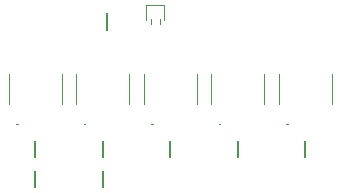
<source format=gto>
%TF.GenerationSoftware,KiCad,Pcbnew,(5.1.8)-1*%
%TF.CreationDate,2021-03-06T21:21:54+09:00*%
%TF.ProjectId,led_driver,6c65645f-6472-4697-9665-722e6b696361,rev?*%
%TF.SameCoordinates,PX7df6180PY3a22d00*%
%TF.FileFunction,Legend,Top*%
%TF.FilePolarity,Positive*%
%FSLAX46Y46*%
G04 Gerber Fmt 4.6, Leading zero omitted, Abs format (unit mm)*
G04 Created by KiCad (PCBNEW (5.1.8)-1) date 2021-03-06 21:21:54*
%MOMM*%
%LPD*%
G01*
G04 APERTURE LIST*
%ADD10C,0.120000*%
%ADD11C,0.100000*%
%ADD12C,0.200000*%
%ADD13C,1.700000*%
%ADD14O,1.700000X1.700000*%
%ADD15R,1.700000X1.700000*%
%ADD16R,0.700000X1.500000*%
%ADD17R,1.000000X1.500000*%
%ADD18R,1.800000X2.200000*%
%ADD19R,1.050000X1.800000*%
%ADD20R,0.800000X0.800000*%
G04 APERTURE END LIST*
D10*
X13462000Y17272000D02*
X13462000Y16002000D01*
X11938000Y17272000D02*
X13462000Y17272000D01*
X11938000Y16002000D02*
X11938000Y17272000D01*
D11*
%TO.C,J5*%
X23800000Y7160000D02*
X23800000Y7160000D01*
X23900000Y7160000D02*
X23900000Y7160000D01*
X23150000Y11410000D02*
X23150000Y8910000D01*
X27650000Y11410000D02*
X27650000Y8910000D01*
X23900000Y7160000D02*
G75*
G02*
X23800000Y7160000I-50000J0D01*
G01*
X23800000Y7160000D02*
G75*
G02*
X23900000Y7160000I50000J0D01*
G01*
%TO.C,J6*%
X21935000Y11410000D02*
X21935000Y8910000D01*
X17435000Y11410000D02*
X17435000Y8910000D01*
X18185000Y7160000D02*
X18185000Y7160000D01*
X18085000Y7160000D02*
X18085000Y7160000D01*
X18085000Y7160000D02*
G75*
G02*
X18185000Y7160000I50000J0D01*
G01*
X18185000Y7160000D02*
G75*
G02*
X18085000Y7160000I-50000J0D01*
G01*
%TO.C,J7*%
X12370000Y7160000D02*
X12370000Y7160000D01*
X12470000Y7160000D02*
X12470000Y7160000D01*
X11720000Y11410000D02*
X11720000Y8910000D01*
X16220000Y11410000D02*
X16220000Y8910000D01*
X12470000Y7160000D02*
G75*
G02*
X12370000Y7160000I-50000J0D01*
G01*
X12370000Y7160000D02*
G75*
G02*
X12470000Y7160000I50000J0D01*
G01*
%TO.C,J10*%
X6655000Y7160000D02*
X6655000Y7160000D01*
X6755000Y7160000D02*
X6755000Y7160000D01*
X6005000Y11410000D02*
X6005000Y8910000D01*
X10505000Y11410000D02*
X10505000Y8910000D01*
X6755000Y7160000D02*
G75*
G02*
X6655000Y7160000I-50000J0D01*
G01*
X6655000Y7160000D02*
G75*
G02*
X6755000Y7160000I50000J0D01*
G01*
%TO.C,J11*%
X4790000Y11410000D02*
X4790000Y8910000D01*
X290000Y11410000D02*
X290000Y8910000D01*
X1040000Y7160000D02*
X1040000Y7160000D01*
X940000Y7160000D02*
X940000Y7160000D01*
X940000Y7160000D02*
G75*
G02*
X1040000Y7160000I50000J0D01*
G01*
X1040000Y7160000D02*
G75*
G02*
X940000Y7160000I-50000J0D01*
G01*
D12*
%TO.C,R1*%
X25400000Y4380000D02*
X25400000Y5780000D01*
%TO.C,R2*%
X19685000Y4380000D02*
X19685000Y5780000D01*
%TO.C,R3*%
X13970000Y4380000D02*
X13970000Y5780000D01*
%TO.C,R4*%
X8255000Y4380000D02*
X8255000Y5780000D01*
%TO.C,R5*%
X2540000Y4380000D02*
X2540000Y5780000D01*
%TO.C,R6*%
X8255000Y3240000D02*
X8255000Y1840000D01*
%TO.C,R7*%
X2540000Y3240000D02*
X2540000Y1840000D01*
D11*
%TO.C,LED1*%
X12300000Y16075000D02*
X12300000Y15675000D01*
X13100000Y16075000D02*
X13100000Y15675000D01*
D12*
%TO.C,R8*%
X8610000Y16575000D02*
X8610000Y15175000D01*
%TD*%
%LPC*%
D13*
%TO.C,J2*%
X25400000Y2540000D03*
D14*
X22860000Y2540000D03*
X20320000Y2540000D03*
X17780000Y2540000D03*
X15240000Y2540000D03*
%TD*%
%TO.C,J3*%
X15240000Y15240000D03*
X17780000Y15240000D03*
X20320000Y15240000D03*
X22860000Y15240000D03*
D13*
X25400000Y15240000D03*
%TD*%
D15*
%TO.C,J1*%
X2540000Y15240000D03*
D14*
X5080000Y15240000D03*
%TD*%
D16*
%TO.C,J5*%
X23900000Y8310000D03*
D17*
X25400000Y8310000D03*
D16*
X26900000Y8310000D03*
X26900000Y12010000D03*
D17*
X25400000Y12010000D03*
D16*
X23900000Y12010000D03*
D18*
X25400000Y10160000D03*
%TD*%
%TO.C,J6*%
X19685000Y10160000D03*
D16*
X18185000Y12010000D03*
D17*
X19685000Y12010000D03*
D16*
X21185000Y12010000D03*
X21185000Y8310000D03*
D17*
X19685000Y8310000D03*
D16*
X18185000Y8310000D03*
%TD*%
%TO.C,J7*%
X12470000Y8310000D03*
D17*
X13970000Y8310000D03*
D16*
X15470000Y8310000D03*
X15470000Y12010000D03*
D17*
X13970000Y12010000D03*
D16*
X12470000Y12010000D03*
D18*
X13970000Y10160000D03*
%TD*%
D16*
%TO.C,J10*%
X6755000Y8310000D03*
D17*
X8255000Y8310000D03*
D16*
X9755000Y8310000D03*
X9755000Y12010000D03*
D17*
X8255000Y12010000D03*
D16*
X6755000Y12010000D03*
D18*
X8255000Y10160000D03*
%TD*%
%TO.C,J11*%
X2540000Y10160000D03*
D16*
X1040000Y12010000D03*
D17*
X2540000Y12010000D03*
D16*
X4040000Y12010000D03*
X4040000Y8310000D03*
D17*
X2540000Y8310000D03*
D16*
X1040000Y8310000D03*
%TD*%
D19*
%TO.C,R1*%
X26950000Y5080000D03*
X23850000Y5080000D03*
%TD*%
%TO.C,R2*%
X18135000Y5080000D03*
X21235000Y5080000D03*
%TD*%
%TO.C,R3*%
X15520000Y5080000D03*
X12420000Y5080000D03*
%TD*%
%TO.C,R4*%
X9805000Y5080000D03*
X6705000Y5080000D03*
%TD*%
%TO.C,R5*%
X4090000Y5080000D03*
X990000Y5080000D03*
%TD*%
%TO.C,R6*%
X9805000Y2540000D03*
X6705000Y2540000D03*
%TD*%
%TO.C,R7*%
X4090000Y2540000D03*
X990000Y2540000D03*
%TD*%
D20*
%TO.C,LED1*%
X12700000Y16625000D03*
X12700000Y15125000D03*
%TD*%
D19*
%TO.C,R8*%
X7060000Y15875000D03*
X10160000Y15875000D03*
%TD*%
M02*

</source>
